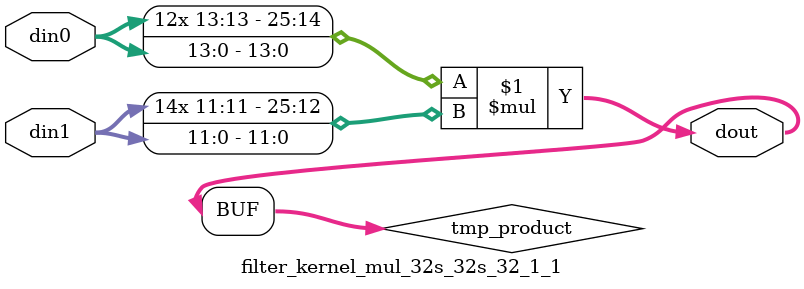
<source format=v>

`timescale 1 ns / 1 ps

 module filter_kernel_mul_32s_32s_32_1_1(din0, din1, dout);
parameter ID = 1;
parameter NUM_STAGE = 0;
parameter din0_WIDTH = 14;
parameter din1_WIDTH = 12;
parameter dout_WIDTH = 26;

input [din0_WIDTH - 1 : 0] din0; 
input [din1_WIDTH - 1 : 0] din1; 
output [dout_WIDTH - 1 : 0] dout;

wire signed [dout_WIDTH - 1 : 0] tmp_product;



























assign tmp_product = $signed(din0) * $signed(din1);








assign dout = tmp_product;





















endmodule

</source>
